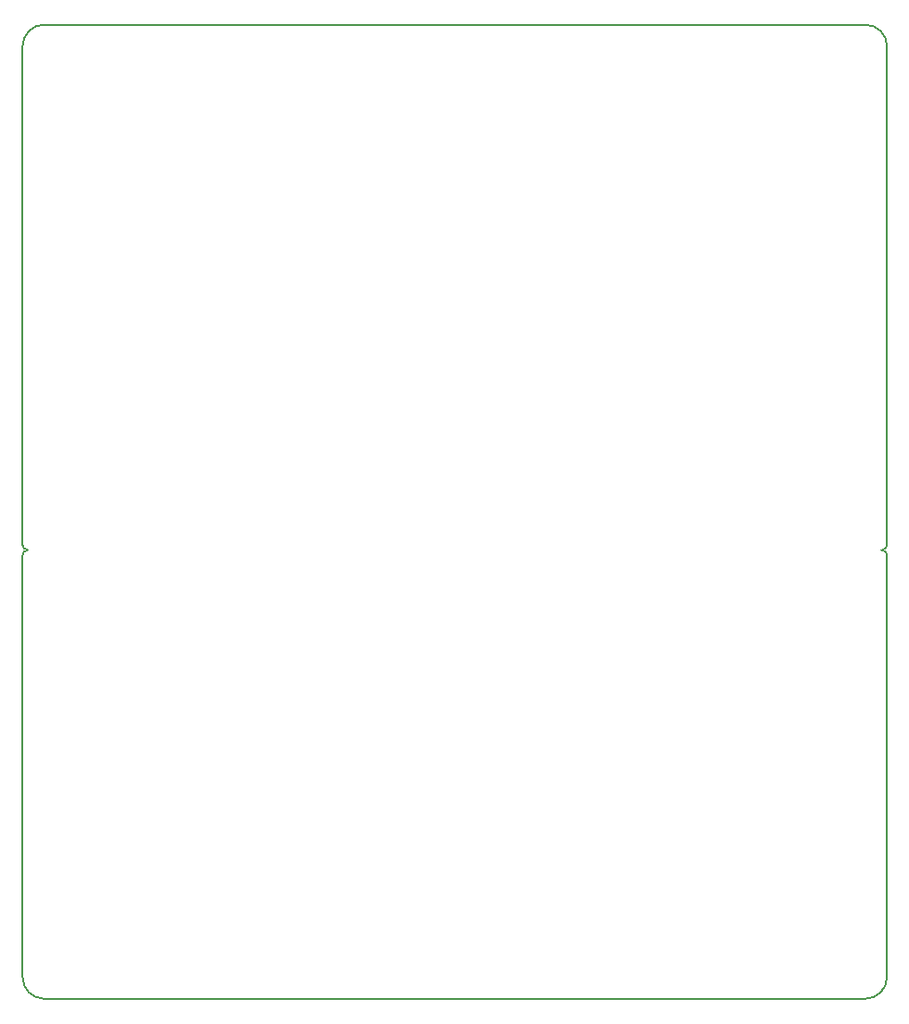
<source format=gm1>
G04 #@! TF.FileFunction,Profile,NP*
%FSLAX46Y46*%
G04 Gerber Fmt 4.6, Leading zero omitted, Abs format (unit mm)*
G04 Created by KiCad (PCBNEW 4.0.7) date 01/18/18 16:43:29*
%MOMM*%
%LPD*%
G01*
G04 APERTURE LIST*
%ADD10C,0.100000*%
%ADD11C,0.150000*%
G04 APERTURE END LIST*
D10*
D11*
X114000000Y-95500000D02*
G75*
G03X114500000Y-96000000I500000J0D01*
G01*
X116000000Y-48000000D02*
X191000000Y-48000000D01*
X114000000Y-95500000D02*
X114000000Y-50000000D01*
X114000000Y-135000000D02*
X114000000Y-96500000D01*
X191000000Y-137000000D02*
X116000000Y-137000000D01*
X193000000Y-96500000D02*
X193000000Y-135000000D01*
X193000000Y-50000000D02*
X193000000Y-95500000D01*
X192500000Y-96000000D02*
G75*
G03X193000000Y-95500000I0J500000D01*
G01*
X193000000Y-96500000D02*
G75*
G03X192500000Y-96000000I-500000J0D01*
G01*
X114500000Y-96000000D02*
G75*
G03X114000000Y-96500000I0J-500000D01*
G01*
X114000000Y-135000000D02*
G75*
G03X116000000Y-137000000I2000000J0D01*
G01*
X191000000Y-137000000D02*
G75*
G03X193000000Y-135000000I0J2000000D01*
G01*
X193000000Y-50000000D02*
G75*
G03X191000000Y-48000000I-2000000J0D01*
G01*
X116000000Y-48000000D02*
G75*
G03X114000000Y-50000000I0J-2000000D01*
G01*
M02*

</source>
